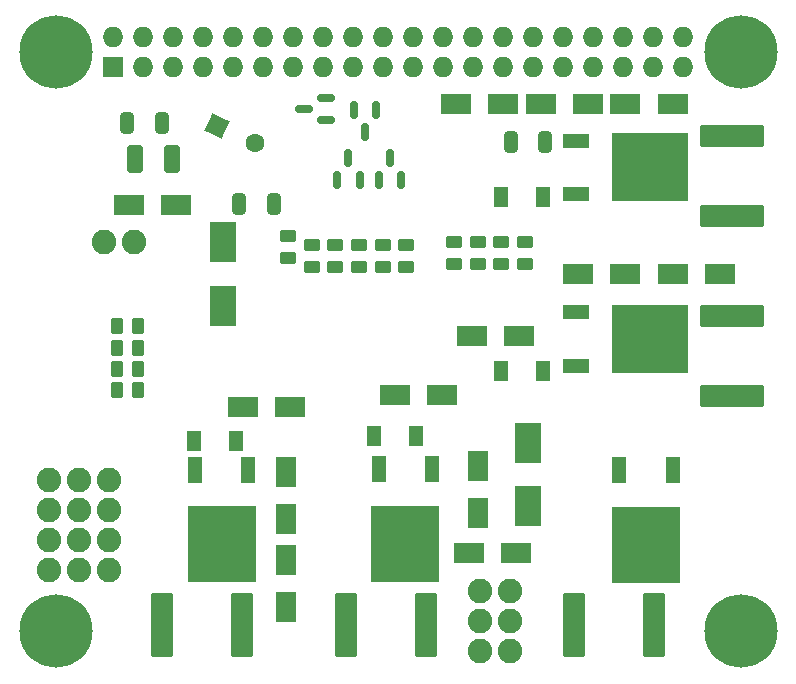
<source format=gbs>
G04 #@! TF.GenerationSoftware,KiCad,Pcbnew,6.0.7+dfsg-1+b1*
G04 #@! TF.CreationDate,2022-09-08T18:59:39+01:00*
G04 #@! TF.ProjectId,owl-driver-board,6f776c2d-6472-4697-9665-722d626f6172,rev?*
G04 #@! TF.SameCoordinates,Original*
G04 #@! TF.FileFunction,Soldermask,Bot*
G04 #@! TF.FilePolarity,Negative*
%FSLAX46Y46*%
G04 Gerber Fmt 4.6, Leading zero omitted, Abs format (unit mm)*
G04 Created by KiCad (PCBNEW 6.0.7+dfsg-1+b1) date 2022-09-08 18:59:39*
%MOMM*%
%LPD*%
G01*
G04 APERTURE LIST*
G04 Aperture macros list*
%AMRoundRect*
0 Rectangle with rounded corners*
0 $1 Rounding radius*
0 $2 $3 $4 $5 $6 $7 $8 $9 X,Y pos of 4 corners*
0 Add a 4 corners polygon primitive as box body*
4,1,4,$2,$3,$4,$5,$6,$7,$8,$9,$2,$3,0*
0 Add four circle primitives for the rounded corners*
1,1,$1+$1,$2,$3*
1,1,$1+$1,$4,$5*
1,1,$1+$1,$6,$7*
1,1,$1+$1,$8,$9*
0 Add four rect primitives between the rounded corners*
20,1,$1+$1,$2,$3,$4,$5,0*
20,1,$1+$1,$4,$5,$6,$7,0*
20,1,$1+$1,$6,$7,$8,$9,0*
20,1,$1+$1,$8,$9,$2,$3,0*%
%AMRotRect*
0 Rectangle, with rotation*
0 The origin of the aperture is its center*
0 $1 length*
0 $2 width*
0 $3 Rotation angle, in degrees counterclockwise*
0 Add horizontal line*
21,1,$1,$2,0,0,$3*%
G04 Aperture macros list end*
%ADD10C,6.200000*%
%ADD11R,1.727200X1.727200*%
%ADD12O,1.727200X1.727200*%
%ADD13C,2.082800*%
%ADD14R,2.500000X1.800000*%
%ADD15R,1.800000X2.500000*%
%ADD16RoundRect,0.150000X0.587500X0.150000X-0.587500X0.150000X-0.587500X-0.150000X0.587500X-0.150000X0*%
%ADD17RoundRect,0.250000X-0.712500X-2.475000X0.712500X-2.475000X0.712500X2.475000X-0.712500X2.475000X0*%
%ADD18RoundRect,0.250000X-0.450000X0.262500X-0.450000X-0.262500X0.450000X-0.262500X0.450000X0.262500X0*%
%ADD19RoundRect,0.150000X0.150000X-0.587500X0.150000X0.587500X-0.150000X0.587500X-0.150000X-0.587500X0*%
%ADD20R,1.200000X2.200000*%
%ADD21R,5.800000X6.400000*%
%ADD22RoundRect,0.250000X0.325000X0.650000X-0.325000X0.650000X-0.325000X-0.650000X0.325000X-0.650000X0*%
%ADD23R,1.300000X1.700000*%
%ADD24RoundRect,0.250000X0.262500X0.450000X-0.262500X0.450000X-0.262500X-0.450000X0.262500X-0.450000X0*%
%ADD25R,2.300000X3.500000*%
%ADD26R,2.200000X1.200000*%
%ADD27R,6.400000X5.800000*%
%ADD28RoundRect,0.250000X-0.325000X-0.650000X0.325000X-0.650000X0.325000X0.650000X-0.325000X0.650000X0*%
%ADD29RoundRect,0.250000X-2.475000X0.712500X-2.475000X-0.712500X2.475000X-0.712500X2.475000X0.712500X0*%
%ADD30RoundRect,0.250000X0.712500X2.475000X-0.712500X2.475000X-0.712500X-2.475000X0.712500X-2.475000X0*%
%ADD31RoundRect,0.150000X-0.150000X0.587500X-0.150000X-0.587500X0.150000X-0.587500X0.150000X0.587500X0*%
%ADD32RoundRect,0.250000X-0.412500X-0.925000X0.412500X-0.925000X0.412500X0.925000X-0.412500X0.925000X0*%
%ADD33RotRect,1.600000X1.600000X335.000000*%
%ADD34C,1.600000*%
G04 APERTURE END LIST*
D10*
X61500000Y-4000000D03*
X3500000Y-4000000D03*
X3500000Y-53000000D03*
X61500000Y-53000000D03*
D11*
X8370000Y-5270000D03*
D12*
X8370000Y-2730000D03*
X10910000Y-5270000D03*
X10910000Y-2730000D03*
X13450000Y-5270000D03*
X13450000Y-2730000D03*
X15990000Y-5270000D03*
X15990000Y-2730000D03*
X18530000Y-5270000D03*
X18530000Y-2730000D03*
X21070000Y-5270000D03*
X21070000Y-2730000D03*
X23610000Y-5270000D03*
X23610000Y-2730000D03*
X26150000Y-5270000D03*
X26150000Y-2730000D03*
X28690000Y-5270000D03*
X28690000Y-2730000D03*
X31230000Y-5270000D03*
X31230000Y-2730000D03*
X33770000Y-5270000D03*
X33770000Y-2730000D03*
X36310000Y-5270000D03*
X36310000Y-2730000D03*
X38850000Y-5270000D03*
X38850000Y-2730000D03*
X41390000Y-5270000D03*
X41390000Y-2730000D03*
X43930000Y-5270000D03*
X43930000Y-2730000D03*
X46470000Y-5270000D03*
X46470000Y-2730000D03*
X49010000Y-5270000D03*
X49010000Y-2730000D03*
X51550000Y-5270000D03*
X51550000Y-2730000D03*
X54090000Y-5270000D03*
X54090000Y-2730000D03*
X56630000Y-5270000D03*
X56630000Y-2730000D03*
D13*
X2920000Y-40170000D03*
X2920000Y-42710000D03*
X2920000Y-45250000D03*
X2920000Y-47790000D03*
X41999379Y-54706800D03*
X39459379Y-54706800D03*
X41999379Y-52166800D03*
X39459379Y-52166800D03*
X41999379Y-49626800D03*
X39459379Y-49626800D03*
X10140000Y-20090000D03*
X7600000Y-20090000D03*
X8020000Y-47790000D03*
X5480000Y-47790000D03*
X8020000Y-45250000D03*
X5480000Y-45250000D03*
X8020000Y-42710000D03*
X5480000Y-42710000D03*
X8020000Y-40170000D03*
X5480000Y-40170000D03*
D14*
X51750000Y-8400000D03*
X55750000Y-8400000D03*
D15*
X23000000Y-39500000D03*
X23000000Y-43500000D03*
D16*
X26437500Y-7850000D03*
X26437500Y-9750000D03*
X24562500Y-8800000D03*
D17*
X47412500Y-52500000D03*
X54187500Y-52500000D03*
D18*
X41250000Y-20087500D03*
X41250000Y-21912500D03*
D14*
X44600000Y-8400000D03*
X48600000Y-8400000D03*
D19*
X32750000Y-14837500D03*
X30850000Y-14837500D03*
X31800000Y-12962500D03*
D20*
X30845000Y-39300000D03*
D21*
X33125000Y-45600000D03*
D20*
X35405000Y-39300000D03*
D15*
X23000000Y-47000000D03*
X23000000Y-51000000D03*
D18*
X27200000Y-20337500D03*
X27200000Y-22162500D03*
D22*
X21975000Y-16800000D03*
X19025000Y-16800000D03*
D23*
X34000000Y-36500000D03*
X30500000Y-36500000D03*
D24*
X10512500Y-27200000D03*
X8687500Y-27200000D03*
D23*
X41250000Y-31000000D03*
X44750000Y-31000000D03*
D15*
X39250000Y-39000000D03*
X39250000Y-43000000D03*
D23*
X18750000Y-36900000D03*
X15250000Y-36900000D03*
D14*
X36250000Y-33000000D03*
X32250000Y-33000000D03*
D20*
X15270000Y-39350000D03*
D21*
X17550000Y-45650000D03*
D20*
X19830000Y-39350000D03*
D24*
X10512500Y-32600000D03*
X8687500Y-32600000D03*
D23*
X41250000Y-16250000D03*
X44750000Y-16250000D03*
D14*
X55750000Y-22750000D03*
X59750000Y-22750000D03*
D18*
X39250000Y-20087500D03*
X39250000Y-21912500D03*
D14*
X47750000Y-22750000D03*
X51750000Y-22750000D03*
D18*
X43250000Y-20087500D03*
X43250000Y-21912500D03*
D14*
X41400000Y-8400000D03*
X37400000Y-8400000D03*
D25*
X43500000Y-37050000D03*
X43500000Y-42450000D03*
D26*
X47550000Y-30530000D03*
D27*
X53850000Y-28250000D03*
D26*
X47550000Y-25970000D03*
D24*
X10512500Y-30800000D03*
X8687500Y-30800000D03*
D28*
X12475000Y-10000000D03*
X9525000Y-10000000D03*
D29*
X60800000Y-11112500D03*
X60800000Y-17887500D03*
D18*
X25200000Y-20350000D03*
X25200000Y-22175000D03*
X29200000Y-20350000D03*
X29200000Y-22175000D03*
D30*
X34887500Y-52500000D03*
X28112500Y-52500000D03*
D19*
X29250000Y-14837500D03*
X27350000Y-14837500D03*
X28300000Y-12962500D03*
D18*
X31200000Y-20350000D03*
X31200000Y-22175000D03*
X33200000Y-20337500D03*
X33200000Y-22162500D03*
D20*
X51220000Y-39400000D03*
D21*
X53500000Y-45700000D03*
D20*
X55780000Y-39400000D03*
D14*
X42750000Y-28000000D03*
X38750000Y-28000000D03*
X38500000Y-46400000D03*
X42500000Y-46400000D03*
D18*
X37250000Y-20087500D03*
X37250000Y-21912500D03*
D24*
X10512500Y-29000000D03*
X8687500Y-29000000D03*
D18*
X23200000Y-19587500D03*
X23200000Y-21412500D03*
D31*
X28750000Y-8862500D03*
X30650000Y-8862500D03*
X29700000Y-10737500D03*
D14*
X9700000Y-16900000D03*
X13700000Y-16900000D03*
D22*
X44975000Y-11600000D03*
X42025000Y-11600000D03*
D30*
X19287500Y-52500000D03*
X12512500Y-52500000D03*
D26*
X47550000Y-16030000D03*
D27*
X53850000Y-13750000D03*
D26*
X47550000Y-11470000D03*
D32*
X13337500Y-13000000D03*
X10262500Y-13000000D03*
D33*
X17200000Y-10200000D03*
D34*
X20372077Y-11679164D03*
D14*
X23375000Y-34000000D03*
X19375000Y-34000000D03*
D25*
X17700000Y-20100000D03*
X17700000Y-25500000D03*
D29*
X60800000Y-26312500D03*
X60800000Y-33087500D03*
M02*

</source>
